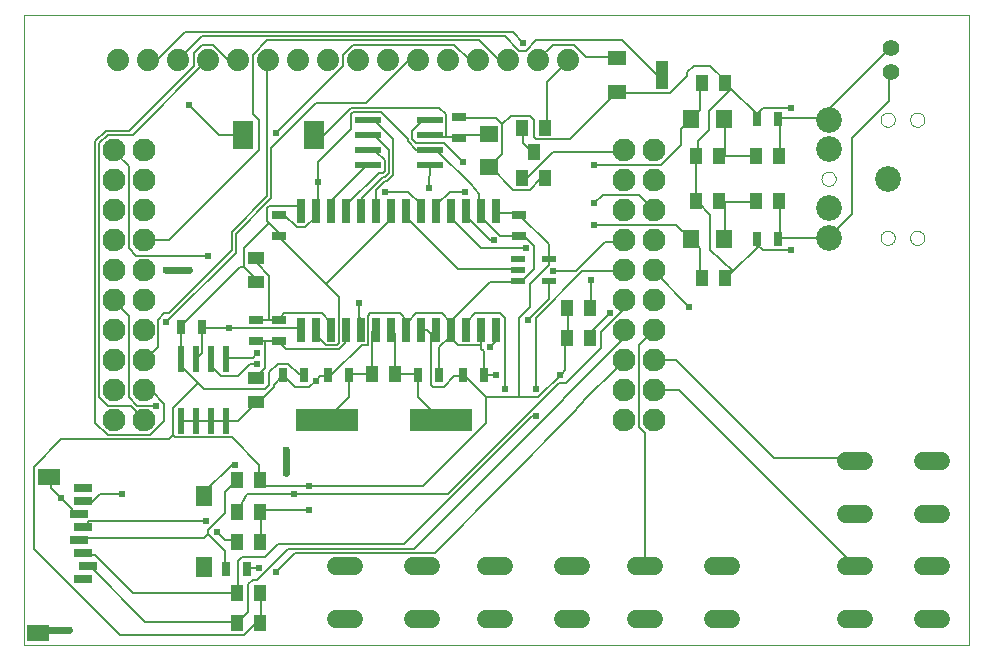
<source format=gtl>
G75*
%MOIN*%
%OFA0B0*%
%FSLAX24Y24*%
%IPPOS*%
%LPD*%
%AMOC8*
5,1,8,0,0,1.08239X$1,22.5*
%
%ADD10C,0.0000*%
%ADD11R,0.0315X0.0472*%
%ADD12R,0.0472X0.0315*%
%ADD13R,0.0551X0.0630*%
%ADD14R,0.0630X0.0551*%
%ADD15C,0.0760*%
%ADD16R,0.0709X0.0945*%
%ADD17C,0.0740*%
%ADD18C,0.0860*%
%ADD19R,0.0394X0.0551*%
%ADD20R,0.2100X0.0760*%
%ADD21R,0.0433X0.0551*%
%ADD22R,0.0433X0.0945*%
%ADD23R,0.0591X0.0512*%
%ADD24R,0.0551X0.0433*%
%ADD25C,0.0600*%
%ADD26R,0.0748X0.0551*%
%ADD27R,0.0551X0.0709*%
%ADD28R,0.0591X0.0276*%
%ADD29R,0.0870X0.0240*%
%ADD30R,0.0260X0.0800*%
%ADD31R,0.0472X0.0217*%
%ADD32C,0.0560*%
%ADD33R,0.0240X0.0870*%
%ADD34C,0.0080*%
%ADD35C,0.0240*%
%ADD36C,0.0240*%
D10*
X001443Y000680D02*
X001443Y021676D01*
X032939Y021676D01*
X032939Y000680D01*
X001443Y000680D01*
X028038Y016230D02*
X028040Y016260D01*
X028046Y016290D01*
X028055Y016319D01*
X028068Y016346D01*
X028085Y016371D01*
X028104Y016394D01*
X028127Y016415D01*
X028152Y016432D01*
X028178Y016446D01*
X028207Y016456D01*
X028236Y016463D01*
X028266Y016466D01*
X028297Y016465D01*
X028327Y016460D01*
X028356Y016451D01*
X028383Y016439D01*
X028409Y016424D01*
X028433Y016405D01*
X028454Y016383D01*
X028472Y016359D01*
X028487Y016332D01*
X028498Y016304D01*
X028506Y016275D01*
X028510Y016245D01*
X028510Y016215D01*
X028506Y016185D01*
X028498Y016156D01*
X028487Y016128D01*
X028472Y016101D01*
X028454Y016077D01*
X028433Y016055D01*
X028409Y016036D01*
X028383Y016021D01*
X028356Y016009D01*
X028327Y016000D01*
X028297Y015995D01*
X028266Y015994D01*
X028236Y015997D01*
X028207Y016004D01*
X028178Y016014D01*
X028152Y016028D01*
X028127Y016045D01*
X028104Y016066D01*
X028085Y016089D01*
X028068Y016114D01*
X028055Y016141D01*
X028046Y016170D01*
X028040Y016200D01*
X028038Y016230D01*
X030007Y018199D02*
X030009Y018229D01*
X030015Y018259D01*
X030024Y018288D01*
X030037Y018315D01*
X030054Y018340D01*
X030073Y018363D01*
X030096Y018384D01*
X030121Y018401D01*
X030147Y018415D01*
X030176Y018425D01*
X030205Y018432D01*
X030235Y018435D01*
X030266Y018434D01*
X030296Y018429D01*
X030325Y018420D01*
X030352Y018408D01*
X030378Y018393D01*
X030402Y018374D01*
X030423Y018352D01*
X030441Y018328D01*
X030456Y018301D01*
X030467Y018273D01*
X030475Y018244D01*
X030479Y018214D01*
X030479Y018184D01*
X030475Y018154D01*
X030467Y018125D01*
X030456Y018097D01*
X030441Y018070D01*
X030423Y018046D01*
X030402Y018024D01*
X030378Y018005D01*
X030352Y017990D01*
X030325Y017978D01*
X030296Y017969D01*
X030266Y017964D01*
X030235Y017963D01*
X030205Y017966D01*
X030176Y017973D01*
X030147Y017983D01*
X030121Y017997D01*
X030096Y018014D01*
X030073Y018035D01*
X030054Y018058D01*
X030037Y018083D01*
X030024Y018110D01*
X030015Y018139D01*
X030009Y018169D01*
X030007Y018199D01*
X030991Y018199D02*
X030993Y018229D01*
X030999Y018259D01*
X031008Y018288D01*
X031021Y018315D01*
X031038Y018340D01*
X031057Y018363D01*
X031080Y018384D01*
X031105Y018401D01*
X031131Y018415D01*
X031160Y018425D01*
X031189Y018432D01*
X031219Y018435D01*
X031250Y018434D01*
X031280Y018429D01*
X031309Y018420D01*
X031336Y018408D01*
X031362Y018393D01*
X031386Y018374D01*
X031407Y018352D01*
X031425Y018328D01*
X031440Y018301D01*
X031451Y018273D01*
X031459Y018244D01*
X031463Y018214D01*
X031463Y018184D01*
X031459Y018154D01*
X031451Y018125D01*
X031440Y018097D01*
X031425Y018070D01*
X031407Y018046D01*
X031386Y018024D01*
X031362Y018005D01*
X031336Y017990D01*
X031309Y017978D01*
X031280Y017969D01*
X031250Y017964D01*
X031219Y017963D01*
X031189Y017966D01*
X031160Y017973D01*
X031131Y017983D01*
X031105Y017997D01*
X031080Y018014D01*
X031057Y018035D01*
X031038Y018058D01*
X031021Y018083D01*
X031008Y018110D01*
X030999Y018139D01*
X030993Y018169D01*
X030991Y018199D01*
X030991Y014261D02*
X030993Y014291D01*
X030999Y014321D01*
X031008Y014350D01*
X031021Y014377D01*
X031038Y014402D01*
X031057Y014425D01*
X031080Y014446D01*
X031105Y014463D01*
X031131Y014477D01*
X031160Y014487D01*
X031189Y014494D01*
X031219Y014497D01*
X031250Y014496D01*
X031280Y014491D01*
X031309Y014482D01*
X031336Y014470D01*
X031362Y014455D01*
X031386Y014436D01*
X031407Y014414D01*
X031425Y014390D01*
X031440Y014363D01*
X031451Y014335D01*
X031459Y014306D01*
X031463Y014276D01*
X031463Y014246D01*
X031459Y014216D01*
X031451Y014187D01*
X031440Y014159D01*
X031425Y014132D01*
X031407Y014108D01*
X031386Y014086D01*
X031362Y014067D01*
X031336Y014052D01*
X031309Y014040D01*
X031280Y014031D01*
X031250Y014026D01*
X031219Y014025D01*
X031189Y014028D01*
X031160Y014035D01*
X031131Y014045D01*
X031105Y014059D01*
X031080Y014076D01*
X031057Y014097D01*
X031038Y014120D01*
X031021Y014145D01*
X031008Y014172D01*
X030999Y014201D01*
X030993Y014231D01*
X030991Y014261D01*
X030007Y014261D02*
X030009Y014291D01*
X030015Y014321D01*
X030024Y014350D01*
X030037Y014377D01*
X030054Y014402D01*
X030073Y014425D01*
X030096Y014446D01*
X030121Y014463D01*
X030147Y014477D01*
X030176Y014487D01*
X030205Y014494D01*
X030235Y014497D01*
X030266Y014496D01*
X030296Y014491D01*
X030325Y014482D01*
X030352Y014470D01*
X030378Y014455D01*
X030402Y014436D01*
X030423Y014414D01*
X030441Y014390D01*
X030456Y014363D01*
X030467Y014335D01*
X030475Y014306D01*
X030479Y014276D01*
X030479Y014246D01*
X030475Y014216D01*
X030467Y014187D01*
X030456Y014159D01*
X030441Y014132D01*
X030423Y014108D01*
X030402Y014086D01*
X030378Y014067D01*
X030352Y014052D01*
X030325Y014040D01*
X030296Y014031D01*
X030266Y014026D01*
X030235Y014025D01*
X030205Y014028D01*
X030176Y014035D01*
X030147Y014045D01*
X030121Y014059D01*
X030096Y014076D01*
X030073Y014097D01*
X030054Y014120D01*
X030037Y014145D01*
X030024Y014172D01*
X030015Y014201D01*
X030009Y014231D01*
X030007Y014261D01*
D11*
X026597Y014230D03*
X025889Y014230D03*
X025889Y018230D03*
X026597Y018230D03*
X016797Y009680D03*
X016089Y009680D03*
X015297Y009680D03*
X014589Y009680D03*
X012297Y009680D03*
X011589Y009680D03*
X010797Y009680D03*
X010089Y009680D03*
X007397Y011280D03*
X006689Y011280D03*
X008189Y003230D03*
X008897Y003230D03*
D12*
X009193Y010826D03*
X009943Y010826D03*
X009943Y011534D03*
X009193Y011534D03*
X009943Y014326D03*
X009943Y015034D03*
X015943Y017576D03*
X015943Y018284D03*
X017943Y015034D03*
X017943Y014326D03*
D13*
X023692Y014230D03*
X024794Y014230D03*
X024794Y018230D03*
X023692Y018230D03*
D14*
X016943Y017731D03*
X016943Y016629D03*
D15*
X021443Y016180D03*
X022443Y016180D03*
X022443Y015180D03*
X021443Y015180D03*
X021443Y014180D03*
X022443Y014180D03*
X022443Y013180D03*
X021443Y013180D03*
X021443Y012180D03*
X022443Y012180D03*
X022443Y011180D03*
X021443Y011180D03*
X021443Y010180D03*
X022443Y010180D03*
X022443Y009180D03*
X021443Y009180D03*
X021443Y008180D03*
X022443Y008180D03*
X022443Y017180D03*
X021443Y017180D03*
X005443Y017180D03*
X004443Y017180D03*
X004443Y016180D03*
X005443Y016180D03*
X005443Y015180D03*
X004443Y015180D03*
X004443Y014180D03*
X005443Y014180D03*
X005443Y013180D03*
X004443Y013180D03*
X004443Y012180D03*
X005443Y012180D03*
X005443Y011180D03*
X004443Y011180D03*
X004443Y010180D03*
X005443Y010180D03*
X005443Y009180D03*
X004443Y009180D03*
X004443Y008180D03*
X005443Y008180D03*
D16*
X008762Y017680D03*
X011124Y017680D03*
D17*
X011592Y020180D03*
X010592Y020180D03*
X009592Y020180D03*
X008592Y020180D03*
X007592Y020180D03*
X006592Y020180D03*
X005592Y020180D03*
X004592Y020180D03*
X012592Y020180D03*
X013592Y020180D03*
X014592Y020180D03*
X015592Y020180D03*
X016592Y020180D03*
X017592Y020180D03*
X018592Y020180D03*
X019592Y020180D03*
D18*
X028274Y018199D03*
X028274Y017214D03*
X030243Y016230D03*
X028274Y015246D03*
X028274Y014261D03*
D19*
X018817Y016247D03*
X018069Y016247D03*
X018443Y017113D03*
D20*
X015343Y008180D03*
X011543Y008180D03*
D21*
X013049Y009730D03*
X013837Y009730D03*
X009337Y006180D03*
X008549Y006180D03*
X008549Y005130D03*
X009337Y005130D03*
X009337Y004130D03*
X008549Y004130D03*
X008549Y002430D03*
X009337Y002430D03*
X009337Y001430D03*
X008549Y001430D03*
X019549Y010930D03*
X020337Y010930D03*
X020337Y011930D03*
X019549Y011930D03*
X024049Y012930D03*
X024837Y012930D03*
X024637Y015480D03*
X023849Y015480D03*
X025849Y015480D03*
X026637Y015480D03*
X026637Y016980D03*
X025849Y016980D03*
X024637Y016980D03*
X023849Y016980D03*
X024049Y019430D03*
X024837Y019430D03*
X018837Y017930D03*
X018049Y017930D03*
D22*
X022730Y019680D03*
D23*
X021234Y019109D03*
X021234Y020251D03*
D24*
X009193Y013574D03*
X009193Y012786D03*
X009193Y009574D03*
X009193Y008786D03*
D25*
X011863Y003320D02*
X012463Y003320D01*
X014423Y003320D02*
X015023Y003320D01*
X016863Y003320D02*
X017463Y003320D01*
X019423Y003320D02*
X020023Y003320D01*
X021863Y003320D02*
X022463Y003320D01*
X024423Y003320D02*
X025023Y003320D01*
X025023Y001540D02*
X024423Y001540D01*
X022463Y001540D02*
X021863Y001540D01*
X020023Y001540D02*
X019423Y001540D01*
X017463Y001540D02*
X016863Y001540D01*
X015023Y001540D02*
X014423Y001540D01*
X012463Y001540D02*
X011863Y001540D01*
X028863Y001540D02*
X029463Y001540D01*
X031423Y001540D02*
X032023Y001540D01*
X032023Y003320D02*
X031423Y003320D01*
X029463Y003320D02*
X028863Y003320D01*
X028863Y005040D02*
X029463Y005040D01*
X031423Y005040D02*
X032023Y005040D01*
X032023Y006820D02*
X031423Y006820D01*
X029463Y006820D02*
X028863Y006820D01*
D26*
X002292Y006273D03*
X001938Y001076D03*
D27*
X007450Y003280D03*
X007450Y005643D03*
D28*
X003434Y005485D03*
X003434Y005918D03*
X003276Y005052D03*
X003434Y004619D03*
X003276Y004186D03*
X003434Y003753D03*
X003591Y003320D03*
X003434Y002887D03*
D29*
X012913Y016680D03*
X012913Y017180D03*
X012913Y017680D03*
X012913Y018180D03*
X014973Y018180D03*
X014973Y017680D03*
X014973Y017180D03*
X014973Y016680D03*
D30*
X015193Y015160D03*
X015693Y015160D03*
X016193Y015160D03*
X016693Y015160D03*
X017193Y015160D03*
X014693Y015160D03*
X014193Y015160D03*
X013693Y015160D03*
X013193Y015160D03*
X012693Y015160D03*
X012193Y015160D03*
X011693Y015160D03*
X011193Y015160D03*
X010693Y015160D03*
X010693Y011200D03*
X011193Y011200D03*
X011693Y011200D03*
X012193Y011200D03*
X012693Y011200D03*
X013193Y011200D03*
X013693Y011200D03*
X014193Y011200D03*
X014693Y011200D03*
X015193Y011200D03*
X015693Y011200D03*
X016193Y011200D03*
X016693Y011200D03*
X017193Y011200D03*
D31*
X017931Y012806D03*
X017931Y013180D03*
X017931Y013554D03*
X018955Y013554D03*
X018955Y012806D03*
D32*
X030343Y019786D03*
X030343Y020574D03*
D33*
X008193Y010210D03*
X007693Y010210D03*
X007193Y010210D03*
X006693Y010210D03*
X006693Y008150D03*
X007193Y008150D03*
X007693Y008150D03*
X008193Y008150D03*
D34*
X008233Y008170D01*
X008583Y008170D01*
X009143Y008730D01*
X009193Y008786D01*
X009213Y008730D01*
X009773Y009290D01*
X009773Y009360D01*
X010053Y009640D01*
X010089Y009680D01*
X010123Y009640D01*
X010473Y009290D01*
X010963Y009290D01*
X011173Y009500D01*
X011313Y009640D01*
X011523Y009640D01*
X011589Y009680D01*
X011593Y009710D01*
X011733Y009710D01*
X012713Y010690D01*
X012923Y010690D01*
X012923Y011670D01*
X012993Y011740D01*
X013973Y011740D01*
X014253Y011460D01*
X014193Y011200D01*
X014253Y011250D01*
X014253Y011460D01*
X014533Y011740D01*
X015373Y011740D01*
X015653Y011460D01*
X015693Y011200D01*
X015653Y010970D01*
X015933Y010690D01*
X016703Y010690D01*
X016703Y010550D01*
X016773Y010480D01*
X016773Y009710D01*
X016797Y009680D01*
X017193Y009680D01*
X017473Y009220D02*
X017473Y011600D01*
X017333Y011740D01*
X016493Y011740D01*
X016213Y011460D01*
X016213Y011250D01*
X016193Y011200D01*
X016693Y011200D02*
X016703Y011180D01*
X016703Y010690D01*
X016983Y010620D02*
X017193Y010830D01*
X017193Y011200D01*
X017963Y011600D02*
X017963Y008940D01*
X018593Y008940D01*
X019388Y009735D01*
X019368Y009735D01*
X019313Y009680D01*
X019388Y009735D02*
X019503Y009850D01*
X019503Y010900D01*
X019549Y010930D01*
X019573Y010970D01*
X019573Y011880D01*
X019549Y011930D01*
X018943Y012230D02*
X018243Y011530D01*
X018523Y011600D02*
X018523Y009220D01*
X017963Y008940D02*
X016843Y008940D01*
X016843Y008100D01*
X014743Y006000D01*
X010943Y006000D01*
X009493Y006000D01*
X009353Y006140D01*
X009337Y006180D01*
X009283Y006210D01*
X009283Y006700D01*
X008373Y007610D01*
X006483Y007610D01*
X006413Y007680D01*
X006273Y007540D01*
X002703Y007540D01*
X001793Y006630D01*
X001793Y003900D01*
X004663Y001030D01*
X008793Y001030D01*
X009143Y001380D01*
X009283Y001380D01*
X009337Y001430D01*
X009353Y001450D01*
X009353Y002430D01*
X009337Y002430D01*
X008933Y002710D02*
X008933Y001800D01*
X008583Y001450D01*
X008549Y001430D01*
X008513Y001450D01*
X005503Y001450D01*
X003613Y003340D01*
X003591Y003320D01*
X003473Y003690D02*
X003434Y003753D01*
X003473Y003690D02*
X003823Y003690D01*
X005083Y002430D01*
X008549Y002430D01*
X008583Y002430D01*
X008583Y003480D01*
X008723Y003620D01*
X009493Y003620D01*
X009913Y004040D01*
X014113Y004040D01*
X018383Y008310D01*
X018523Y008310D01*
X019433Y008870D02*
X019463Y008910D01*
X021443Y010930D01*
X021443Y011180D01*
X021393Y011810D02*
X020693Y011110D01*
X020693Y010590D01*
X019533Y009430D01*
X019293Y009430D01*
X015583Y005720D01*
X010443Y005720D01*
X008893Y005720D01*
X008549Y005130D01*
X008163Y005090D02*
X008163Y005790D01*
X008513Y006140D01*
X008549Y006180D01*
X008473Y006700D02*
X008373Y006700D01*
X007463Y005790D01*
X007463Y005650D01*
X007450Y005643D01*
X008163Y005090D02*
X007603Y004530D01*
X007603Y004390D01*
X007463Y004250D01*
X003333Y004250D01*
X003276Y004186D01*
X003434Y004619D02*
X003473Y004670D01*
X003613Y004810D01*
X007533Y004810D01*
X007883Y004460D02*
X008163Y004180D01*
X008513Y004180D01*
X008549Y004130D01*
X008163Y003830D02*
X007603Y004390D01*
X008163Y003830D02*
X008163Y003270D01*
X008189Y003230D01*
X008897Y003230D02*
X008933Y003270D01*
X009283Y003270D01*
X009843Y003130D02*
X010473Y003760D01*
X015163Y003760D01*
X019753Y008420D01*
X020233Y008940D01*
X021143Y009850D01*
X021393Y010130D01*
X021443Y010180D01*
X021953Y010690D02*
X022443Y011180D01*
X021953Y010690D02*
X021953Y007960D01*
X022163Y007750D01*
X022163Y003320D01*
X026443Y006930D02*
X029053Y006930D01*
X029163Y006820D01*
X026443Y006930D02*
X023193Y010180D01*
X022443Y010180D01*
X022443Y009180D02*
X023303Y009180D01*
X029163Y003320D01*
X019433Y008870D02*
X014463Y003900D01*
X010263Y003900D01*
X009213Y002850D01*
X009073Y002850D01*
X008933Y002710D01*
X009337Y004130D02*
X009353Y004180D01*
X009353Y005090D01*
X009337Y005130D01*
X009353Y005160D01*
X009493Y005160D01*
X009243Y005230D01*
X009443Y005180D01*
X010943Y005180D01*
X006413Y007680D02*
X006413Y008590D01*
X007253Y009430D01*
X007463Y009220D01*
X009493Y009220D01*
X009633Y009360D01*
X009633Y009780D01*
X009913Y010060D01*
X010263Y010060D01*
X010613Y009710D01*
X010753Y009710D01*
X010797Y009680D01*
X010193Y010550D02*
X009983Y010760D01*
X009943Y010826D01*
X009913Y010830D01*
X009493Y010830D01*
X009493Y009920D01*
X009213Y009640D01*
X009193Y009574D01*
X009213Y010060D02*
X009003Y010060D01*
X008583Y009640D01*
X008023Y009640D01*
X007743Y009920D01*
X007743Y010200D01*
X007693Y010210D01*
X007393Y010410D02*
X007193Y010210D01*
X007393Y010410D02*
X007393Y011250D01*
X007397Y011280D01*
X007463Y011250D01*
X008293Y011250D01*
X010683Y011250D01*
X010693Y011200D01*
X011193Y011200D02*
X011243Y011180D01*
X011243Y010970D01*
X011523Y010690D01*
X011873Y010690D01*
X011943Y010760D01*
X011943Y012300D01*
X011523Y012720D01*
X013693Y014890D01*
X013693Y015160D01*
X013203Y015170D02*
X013193Y015160D01*
X013203Y015170D02*
X013203Y015870D01*
X013483Y016150D01*
X013553Y016150D01*
X013763Y016360D01*
X013763Y017550D01*
X013133Y018180D01*
X012913Y018180D01*
X013343Y018460D02*
X014253Y017550D01*
X014253Y017480D01*
X014533Y017200D01*
X014953Y017200D01*
X014973Y017180D01*
X015023Y017130D01*
X015263Y017130D01*
X016353Y016040D01*
X016633Y015720D01*
X016633Y015170D01*
X016693Y015160D01*
X016703Y015100D01*
X016703Y014960D01*
X017333Y014330D01*
X017893Y014330D01*
X017943Y014326D01*
X017963Y014260D01*
X018173Y014260D01*
X018453Y013980D01*
X018453Y013210D01*
X018103Y012860D01*
X017963Y012860D01*
X017931Y012806D01*
X017893Y012790D01*
X016983Y012790D01*
X015653Y011460D01*
X015653Y011250D01*
X015693Y011200D01*
X015653Y011180D01*
X015653Y010970D01*
X015303Y010620D01*
X015303Y009710D01*
X015297Y009680D01*
X015443Y009290D02*
X015093Y009290D01*
X015023Y009360D01*
X015023Y011040D01*
X014883Y011180D01*
X014743Y011180D01*
X014693Y011200D01*
X015023Y011040D02*
X015163Y011180D01*
X015193Y011200D01*
X013833Y011040D02*
X013693Y011180D01*
X013693Y011200D01*
X013833Y011040D02*
X013833Y009780D01*
X013837Y009730D01*
X013903Y009710D01*
X014533Y009710D01*
X014589Y009680D01*
X014603Y009640D01*
X014603Y008940D01*
X015303Y008240D01*
X015343Y008180D01*
X015443Y009290D02*
X015793Y009640D01*
X016073Y009640D01*
X016089Y009680D01*
X016143Y009640D01*
X016843Y008940D01*
X020337Y010930D02*
X020343Y010970D01*
X020343Y011110D01*
X020973Y011740D01*
X021393Y011810D02*
X021393Y012160D01*
X021443Y012180D01*
X020343Y011950D02*
X020343Y012860D01*
X020063Y013140D02*
X018523Y011600D01*
X018313Y011950D02*
X017963Y011600D01*
X018313Y011950D02*
X018313Y012720D01*
X018943Y013350D01*
X018943Y013490D01*
X018955Y013554D01*
X018943Y013560D01*
X018943Y014050D01*
X017963Y015030D01*
X017943Y015034D01*
X017893Y015100D01*
X017193Y015100D01*
X017193Y015160D01*
X016213Y015100D02*
X016213Y014960D01*
X016983Y014190D01*
X017123Y014190D01*
X016703Y013910D02*
X018173Y013910D01*
X017893Y013210D02*
X017931Y013180D01*
X017893Y013210D02*
X015933Y013210D01*
X014253Y014890D01*
X014253Y015100D01*
X014193Y015160D01*
X014673Y015170D02*
X014693Y015160D01*
X014673Y015170D02*
X014673Y015380D01*
X014253Y015800D01*
X013483Y015800D01*
X013483Y016290D02*
X013623Y016430D01*
X013623Y017200D01*
X013203Y017620D01*
X012923Y017620D01*
X012913Y017680D01*
X012913Y017180D02*
X012923Y017130D01*
X013203Y017130D01*
X013483Y016850D01*
X013483Y016500D01*
X013413Y016430D01*
X013273Y016430D01*
X012223Y015380D01*
X012223Y015170D01*
X012193Y015160D01*
X011733Y015170D02*
X011693Y015160D01*
X011733Y015170D02*
X011733Y015520D01*
X012853Y016640D01*
X012913Y016680D01*
X013413Y016290D02*
X013483Y016290D01*
X013413Y016290D02*
X012713Y015590D01*
X012713Y015170D01*
X012693Y015160D01*
X011243Y015170D02*
X011243Y016120D01*
X011243Y016780D01*
X012363Y017900D01*
X012363Y018390D01*
X012433Y018460D01*
X013343Y018460D01*
X012853Y018740D02*
X011173Y018740D01*
X009703Y017270D01*
X009703Y015590D01*
X008513Y014400D01*
X008513Y013770D01*
X006203Y011460D01*
X006133Y011740D02*
X006273Y011740D01*
X008373Y013840D01*
X008373Y014470D01*
X009563Y015660D01*
X009563Y020140D01*
X009592Y020180D01*
X009073Y020350D02*
X009073Y018390D01*
X009283Y018180D01*
X009283Y017200D01*
X006273Y014190D01*
X005503Y014190D01*
X005443Y014180D01*
X004943Y013920D02*
X004943Y016640D01*
X004453Y017130D01*
X004443Y017180D01*
X003963Y017410D02*
X004243Y017690D01*
X005083Y017690D01*
X007533Y020140D01*
X007592Y020180D01*
X007113Y020000D02*
X004943Y017830D01*
X004173Y017830D01*
X003823Y017480D01*
X003823Y008100D01*
X004243Y007680D01*
X005643Y007680D01*
X006133Y008170D01*
X006133Y008730D01*
X005713Y009150D01*
X005503Y009150D01*
X005443Y009180D01*
X004943Y008940D02*
X004943Y011670D01*
X004453Y012160D01*
X004443Y012180D01*
X005923Y011530D02*
X005923Y010620D01*
X005503Y010200D01*
X005443Y010180D01*
X006693Y010210D02*
X006693Y011250D01*
X006689Y011280D01*
X006693Y011320D01*
X008653Y013280D01*
X008793Y013280D01*
X008793Y013910D01*
X009633Y014750D01*
X009913Y014470D01*
X009913Y014330D01*
X009943Y014326D01*
X009983Y014260D01*
X011523Y012720D01*
X012633Y012090D02*
X012633Y011740D01*
X012643Y011460D01*
X012643Y011250D01*
X012693Y011200D01*
X013063Y011110D02*
X013133Y011180D01*
X013193Y011200D01*
X013063Y011110D02*
X013063Y009780D01*
X013049Y009730D01*
X012993Y009710D01*
X012363Y009710D01*
X012297Y009680D01*
X012293Y009640D01*
X012293Y008940D01*
X011593Y008240D01*
X011543Y008180D01*
X009213Y010410D02*
X009073Y010270D01*
X008233Y010270D01*
X008193Y010210D01*
X009193Y010826D02*
X009213Y010830D01*
X009493Y010830D01*
X010193Y010550D02*
X011943Y010550D01*
X012153Y010760D01*
X012153Y011180D01*
X012193Y011200D01*
X011693Y011200D02*
X011663Y011250D01*
X011663Y011460D01*
X011383Y011740D01*
X010123Y011740D01*
X009983Y011600D01*
X009943Y011534D01*
X009913Y011530D01*
X009633Y011530D01*
X009633Y013000D01*
X009213Y013420D01*
X009213Y013560D01*
X009193Y013574D01*
X008793Y013280D02*
X009143Y012930D01*
X009143Y012790D01*
X009193Y012786D01*
X007593Y013660D02*
X005203Y013660D01*
X004943Y013920D01*
X006133Y011740D02*
X005923Y011530D01*
X006693Y010210D02*
X006693Y009990D01*
X007253Y009430D01*
X005853Y008660D02*
X005223Y008660D01*
X004943Y008940D01*
X005013Y008660D02*
X005433Y008240D01*
X005443Y008180D01*
X005013Y008660D02*
X004243Y008660D01*
X003963Y008940D01*
X003963Y017410D01*
X006943Y018700D02*
X007953Y017690D01*
X008723Y017690D01*
X008762Y017680D01*
X009843Y017760D02*
X012083Y020000D01*
X012083Y020350D01*
X012433Y020700D01*
X015793Y020700D01*
X016283Y020210D01*
X016563Y020210D01*
X016592Y020180D01*
X016633Y020840D02*
X017263Y020210D01*
X017543Y020210D01*
X017592Y020180D01*
X017963Y020490D02*
X017473Y020980D01*
X007393Y020980D01*
X006623Y020210D01*
X006592Y020180D01*
X007113Y020000D02*
X007113Y020420D01*
X007393Y020700D01*
X007743Y020700D01*
X008233Y020210D01*
X008583Y020210D01*
X008592Y020180D01*
X009073Y020350D02*
X009563Y020840D01*
X016633Y020840D01*
X017753Y021120D02*
X018103Y020770D01*
X018173Y020490D02*
X017963Y020490D01*
X018173Y020490D02*
X018523Y020840D01*
X021393Y020840D01*
X022513Y019720D01*
X022723Y019720D01*
X022730Y019680D01*
X023003Y019090D02*
X023563Y019650D01*
X023563Y019790D01*
X023773Y020000D01*
X024333Y020000D01*
X024893Y019440D01*
X024837Y019430D01*
X025033Y019230D01*
X024303Y018500D01*
X024303Y017870D01*
X023913Y017480D01*
X023913Y016990D01*
X023849Y016980D01*
X023843Y016920D01*
X023843Y015520D01*
X023849Y015480D01*
X023913Y015450D01*
X024323Y015010D01*
X024323Y013870D01*
X025103Y013140D01*
X025873Y013910D01*
X025873Y014190D01*
X025889Y014230D01*
X025883Y014020D02*
X026083Y013850D01*
X027013Y013850D01*
X026643Y014260D02*
X026597Y014230D01*
X026643Y014260D02*
X028253Y014260D01*
X028274Y014261D01*
X028323Y014330D01*
X029063Y015070D01*
X029063Y017590D01*
X030283Y018810D01*
X030283Y019720D01*
X030343Y019786D01*
X030033Y020280D02*
X028003Y018250D01*
X028274Y018199D01*
X028003Y018250D02*
X026643Y018250D01*
X026597Y018230D01*
X026643Y018180D01*
X026643Y016990D01*
X026637Y016980D01*
X025849Y016980D02*
X025803Y016990D01*
X024823Y016990D01*
X024637Y016980D01*
X024683Y016990D01*
X024823Y016990D01*
X024823Y018180D01*
X024794Y018230D01*
X023983Y018530D02*
X023703Y018250D01*
X023692Y018230D01*
X023633Y018180D01*
X023353Y017900D01*
X023353Y017360D01*
X022693Y016680D01*
X020443Y016680D01*
X021393Y017130D02*
X019083Y017130D01*
X018243Y016290D01*
X018103Y016290D01*
X018069Y016247D01*
X018313Y015870D02*
X017753Y015870D01*
X016983Y016640D01*
X016943Y016629D01*
X016983Y016640D02*
X017403Y017060D01*
X017403Y018040D01*
X017683Y018320D01*
X018313Y018320D01*
X018453Y018180D01*
X018453Y017620D01*
X018523Y017550D01*
X019643Y017550D01*
X021183Y019090D01*
X021234Y019109D01*
X021253Y019090D01*
X023003Y019090D01*
X023983Y019370D02*
X023983Y018530D01*
X023983Y019370D02*
X024049Y019430D01*
X024837Y019430D02*
X024893Y019370D01*
X025033Y019230D01*
X025873Y018390D01*
X025889Y018230D01*
X025873Y018250D01*
X025873Y018390D01*
X026083Y018600D01*
X027013Y018600D01*
X030033Y020280D02*
X030283Y020560D01*
X030343Y020574D01*
X026637Y015480D02*
X026643Y015450D01*
X026643Y014260D01*
X025849Y015480D02*
X025803Y015450D01*
X024823Y015450D01*
X024637Y015480D01*
X024683Y015450D01*
X024823Y015450D01*
X024823Y014260D01*
X024794Y014230D01*
X023983Y013910D02*
X023703Y014190D01*
X023692Y014230D01*
X023193Y014680D01*
X020443Y014680D01*
X020833Y014120D02*
X021393Y014120D01*
X021443Y014180D01*
X020833Y014120D02*
X019853Y013140D01*
X019083Y013140D01*
X018955Y012806D02*
X018943Y012790D01*
X018943Y012230D01*
X020337Y011930D02*
X020343Y011950D01*
X020063Y013140D02*
X021393Y013140D01*
X021443Y013180D01*
X022443Y013140D02*
X022443Y013180D01*
X022443Y013140D02*
X023633Y011950D01*
X023983Y012930D02*
X024049Y012930D01*
X023983Y012930D02*
X023983Y013910D01*
X024893Y012930D02*
X025103Y013140D01*
X024893Y012930D02*
X024837Y012930D01*
X022443Y015170D02*
X022443Y015180D01*
X022443Y015170D02*
X021953Y015680D01*
X020753Y015680D01*
X020443Y015430D01*
X018817Y016247D02*
X018803Y016220D01*
X018663Y016220D01*
X018313Y015870D01*
X018443Y017113D02*
X018383Y017130D01*
X018103Y017410D01*
X018103Y017900D01*
X018049Y017930D01*
X017403Y018040D02*
X017193Y018250D01*
X016003Y018250D01*
X015943Y018284D01*
X015513Y018390D02*
X015513Y017620D01*
X015933Y017620D01*
X015943Y017576D01*
X016003Y017620D01*
X016073Y017690D01*
X016913Y017690D01*
X016943Y017731D01*
X016083Y016800D02*
X015443Y017410D01*
X014533Y017410D01*
X014393Y017550D01*
X014393Y017830D01*
X014743Y018180D01*
X014973Y018180D01*
X014973Y017680D02*
X015023Y017620D01*
X015513Y017620D01*
X015513Y018390D02*
X015303Y018600D01*
X012363Y018600D01*
X011453Y017690D01*
X011173Y017690D01*
X011124Y017680D01*
X012853Y018740D02*
X014253Y020140D01*
X014533Y020140D01*
X014592Y020180D01*
X017753Y021120D02*
X006833Y021120D01*
X005923Y020210D01*
X005643Y020210D01*
X005592Y020180D01*
X009633Y015310D02*
X010543Y015310D01*
X010693Y015160D01*
X011173Y015100D02*
X011173Y014960D01*
X010823Y014610D01*
X010543Y014610D01*
X010123Y015030D01*
X009983Y015030D01*
X009943Y015034D01*
X009633Y015310D02*
X009563Y015240D01*
X009563Y014820D01*
X009633Y014750D01*
X011173Y015100D02*
X011193Y015160D01*
X011243Y015170D01*
X014943Y015930D02*
X014973Y016680D01*
X015653Y015800D02*
X016143Y015800D01*
X015653Y015800D02*
X015233Y015380D01*
X015233Y015170D01*
X015193Y015160D01*
X015693Y015160D02*
X015723Y015100D01*
X015723Y014890D01*
X016703Y013910D01*
X016213Y015100D02*
X016193Y015160D01*
X018837Y017930D02*
X018873Y017970D01*
X018873Y019440D01*
X019573Y020140D01*
X019592Y020180D01*
X019783Y020700D02*
X019083Y020700D01*
X018593Y020210D01*
X018592Y020180D01*
X019783Y020700D02*
X020203Y020280D01*
X021183Y020280D01*
X021234Y020251D01*
X021443Y017180D02*
X021393Y017130D01*
X009633Y011530D02*
X009213Y011530D01*
X009193Y011534D01*
X008163Y008170D02*
X007743Y008170D01*
X007693Y008150D01*
X007673Y008170D01*
X007253Y008170D01*
X007193Y008150D01*
X007183Y008170D01*
X006693Y008170D01*
X006693Y008150D01*
X008163Y008170D02*
X008193Y008150D01*
X004713Y005720D02*
X003983Y005720D01*
X003693Y005430D01*
X003434Y005485D01*
X003263Y005090D02*
X003276Y005052D01*
X003263Y005090D02*
X003123Y004980D01*
X003053Y005230D01*
X002703Y005580D01*
X002353Y005930D01*
X002353Y006210D01*
X002292Y006273D01*
X001933Y001100D02*
X001938Y001076D01*
D35*
X002943Y001180D03*
X007883Y004460D03*
X007533Y004810D03*
X009283Y003270D03*
X009843Y003130D03*
X010943Y005180D03*
X010443Y005720D03*
X010943Y006000D03*
X010193Y006430D03*
X010193Y007180D03*
X008473Y006700D03*
X005853Y008660D03*
X009213Y010060D03*
X009213Y010410D03*
X008293Y011250D03*
X006203Y011460D03*
X006193Y013180D03*
X006943Y013180D03*
X007593Y013660D03*
X011243Y016120D03*
X013483Y015800D03*
X014943Y015930D03*
X016143Y015800D03*
X016083Y016800D03*
X017123Y014190D03*
X018173Y013910D03*
X019083Y013140D03*
X020343Y012860D03*
X020973Y011740D03*
X023633Y011950D03*
X027013Y013850D03*
X020443Y014680D03*
X020443Y015430D03*
X020443Y016680D03*
X018103Y020770D03*
X009843Y017760D03*
X006943Y018700D03*
X012633Y012090D03*
X011173Y009500D03*
X016983Y010620D03*
X017193Y009680D03*
X017473Y009220D03*
X018523Y009220D03*
X019313Y009680D03*
X018523Y008310D03*
X018243Y011530D03*
X027013Y018600D03*
X004713Y005720D03*
X002703Y005580D03*
D36*
X002943Y001180D02*
X002193Y001180D01*
X001938Y001076D01*
X010193Y006430D02*
X010193Y007180D01*
X006943Y013180D02*
X006193Y013180D01*
M02*

</source>
